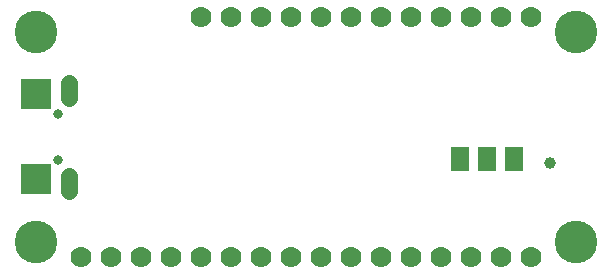
<source format=gbr>
G04 EAGLE Gerber RS-274X export*
G75*
%MOMM*%
%FSLAX34Y34*%
%LPD*%
%INSoldermask Bottom*%
%IPPOS*%
%AMOC8*
5,1,8,0,0,1.08239X$1,22.5*%
G01*
%ADD10C,3.617600*%
%ADD11C,0.801600*%
%ADD12R,2.601600X2.601600*%
%ADD13C,1.409600*%
%ADD14C,1.001600*%
%ADD15R,1.601600X2.101600*%
%ADD16C,1.778000*%


D10*
X25400Y203200D03*
X25400Y25400D03*
X482600Y25400D03*
D11*
X44450Y133800D03*
X44450Y94800D03*
D12*
X25450Y78300D03*
X25450Y150300D03*
D13*
X53450Y147300D02*
X53450Y160380D01*
X53450Y81300D02*
X53450Y68220D01*
D14*
X461060Y92300D03*
D15*
X430530Y95250D03*
X407670Y95250D03*
D16*
X444500Y12700D03*
X419100Y12700D03*
X393700Y12700D03*
X368300Y12700D03*
X342900Y12700D03*
X317500Y12700D03*
X292100Y12700D03*
X266700Y12700D03*
X241300Y12700D03*
X215900Y12700D03*
X190500Y12700D03*
X165100Y12700D03*
X139700Y12700D03*
X114300Y12700D03*
X88900Y12700D03*
X63500Y12700D03*
D10*
X482600Y203200D03*
D15*
X384810Y95250D03*
D16*
X165100Y215900D03*
X190500Y215900D03*
X215900Y215900D03*
X241300Y215900D03*
X266700Y215900D03*
X292100Y215900D03*
X317500Y215900D03*
X342900Y215900D03*
X368300Y215900D03*
X393700Y215900D03*
X419100Y215900D03*
X444500Y215900D03*
M02*

</source>
